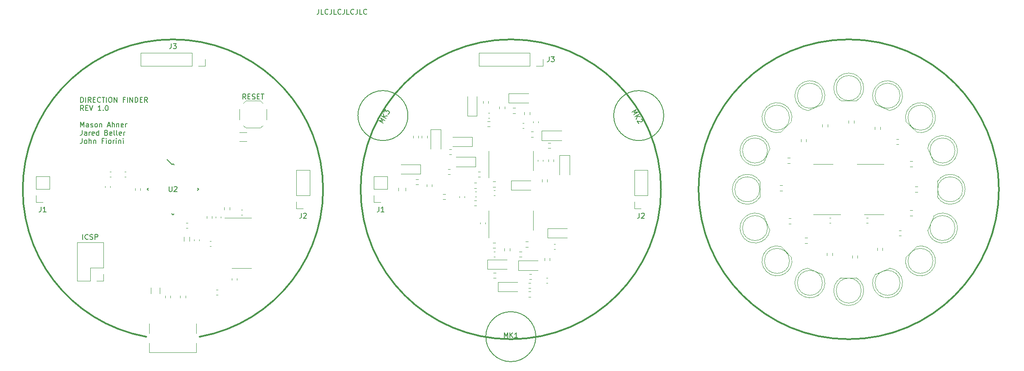
<source format=gbr>
%TF.GenerationSoftware,KiCad,Pcbnew,(5.1.8)-1*%
%TF.CreationDate,2021-03-22T04:11:10-04:00*%
%TF.ProjectId,panel,70616e65-6c2e-46b6-9963-61645f706362,rev?*%
%TF.SameCoordinates,Original*%
%TF.FileFunction,Legend,Top*%
%TF.FilePolarity,Positive*%
%FSLAX46Y46*%
G04 Gerber Fmt 4.6, Leading zero omitted, Abs format (unit mm)*
G04 Created by KiCad (PCBNEW (5.1.8)-1) date 2021-03-22 04:11:10*
%MOMM*%
%LPD*%
G01*
G04 APERTURE LIST*
%ADD10C,0.150000*%
%ADD11C,0.300000*%
%ADD12C,0.120000*%
%ADD13C,0.200000*%
G04 APERTURE END LIST*
D10*
X111980952Y-60502380D02*
X111980952Y-61216666D01*
X111933333Y-61359523D01*
X111838095Y-61454761D01*
X111695238Y-61502380D01*
X111600000Y-61502380D01*
X112933333Y-61502380D02*
X112457142Y-61502380D01*
X112457142Y-60502380D01*
X113838095Y-61407142D02*
X113790476Y-61454761D01*
X113647619Y-61502380D01*
X113552380Y-61502380D01*
X113409523Y-61454761D01*
X113314285Y-61359523D01*
X113266666Y-61264285D01*
X113219047Y-61073809D01*
X113219047Y-60930952D01*
X113266666Y-60740476D01*
X113314285Y-60645238D01*
X113409523Y-60550000D01*
X113552380Y-60502380D01*
X113647619Y-60502380D01*
X113790476Y-60550000D01*
X113838095Y-60597619D01*
X114552380Y-60502380D02*
X114552380Y-61216666D01*
X114504761Y-61359523D01*
X114409523Y-61454761D01*
X114266666Y-61502380D01*
X114171428Y-61502380D01*
X115504761Y-61502380D02*
X115028571Y-61502380D01*
X115028571Y-60502380D01*
X116409523Y-61407142D02*
X116361904Y-61454761D01*
X116219047Y-61502380D01*
X116123809Y-61502380D01*
X115980952Y-61454761D01*
X115885714Y-61359523D01*
X115838095Y-61264285D01*
X115790476Y-61073809D01*
X115790476Y-60930952D01*
X115838095Y-60740476D01*
X115885714Y-60645238D01*
X115980952Y-60550000D01*
X116123809Y-60502380D01*
X116219047Y-60502380D01*
X116361904Y-60550000D01*
X116409523Y-60597619D01*
X117123809Y-60502380D02*
X117123809Y-61216666D01*
X117076190Y-61359523D01*
X116980952Y-61454761D01*
X116838095Y-61502380D01*
X116742857Y-61502380D01*
X118076190Y-61502380D02*
X117600000Y-61502380D01*
X117600000Y-60502380D01*
X118980952Y-61407142D02*
X118933333Y-61454761D01*
X118790476Y-61502380D01*
X118695238Y-61502380D01*
X118552380Y-61454761D01*
X118457142Y-61359523D01*
X118409523Y-61264285D01*
X118361904Y-61073809D01*
X118361904Y-60930952D01*
X118409523Y-60740476D01*
X118457142Y-60645238D01*
X118552380Y-60550000D01*
X118695238Y-60502380D01*
X118790476Y-60502380D01*
X118933333Y-60550000D01*
X118980952Y-60597619D01*
X119695238Y-60502380D02*
X119695238Y-61216666D01*
X119647619Y-61359523D01*
X119552380Y-61454761D01*
X119409523Y-61502380D01*
X119314285Y-61502380D01*
X120647619Y-61502380D02*
X120171428Y-61502380D01*
X120171428Y-60502380D01*
X121552380Y-61407142D02*
X121504761Y-61454761D01*
X121361904Y-61502380D01*
X121266666Y-61502380D01*
X121123809Y-61454761D01*
X121028571Y-61359523D01*
X120980952Y-61264285D01*
X120933333Y-61073809D01*
X120933333Y-60930952D01*
X120980952Y-60740476D01*
X121028571Y-60645238D01*
X121123809Y-60550000D01*
X121266666Y-60502380D01*
X121361904Y-60502380D01*
X121504761Y-60550000D01*
X121552380Y-60597619D01*
X64435595Y-79127380D02*
X64435595Y-78127380D01*
X64673690Y-78127380D01*
X64816547Y-78175000D01*
X64911785Y-78270238D01*
X64959404Y-78365476D01*
X65007023Y-78555952D01*
X65007023Y-78698809D01*
X64959404Y-78889285D01*
X64911785Y-78984523D01*
X64816547Y-79079761D01*
X64673690Y-79127380D01*
X64435595Y-79127380D01*
X65435595Y-79127380D02*
X65435595Y-78127380D01*
X66483214Y-79127380D02*
X66149880Y-78651190D01*
X65911785Y-79127380D02*
X65911785Y-78127380D01*
X66292738Y-78127380D01*
X66387976Y-78175000D01*
X66435595Y-78222619D01*
X66483214Y-78317857D01*
X66483214Y-78460714D01*
X66435595Y-78555952D01*
X66387976Y-78603571D01*
X66292738Y-78651190D01*
X65911785Y-78651190D01*
X66911785Y-78603571D02*
X67245119Y-78603571D01*
X67387976Y-79127380D02*
X66911785Y-79127380D01*
X66911785Y-78127380D01*
X67387976Y-78127380D01*
X68387976Y-79032142D02*
X68340357Y-79079761D01*
X68197500Y-79127380D01*
X68102261Y-79127380D01*
X67959404Y-79079761D01*
X67864166Y-78984523D01*
X67816547Y-78889285D01*
X67768928Y-78698809D01*
X67768928Y-78555952D01*
X67816547Y-78365476D01*
X67864166Y-78270238D01*
X67959404Y-78175000D01*
X68102261Y-78127380D01*
X68197500Y-78127380D01*
X68340357Y-78175000D01*
X68387976Y-78222619D01*
X68673690Y-78127380D02*
X69245119Y-78127380D01*
X68959404Y-79127380D02*
X68959404Y-78127380D01*
X69578452Y-79127380D02*
X69578452Y-78127380D01*
X70245119Y-78127380D02*
X70435595Y-78127380D01*
X70530833Y-78175000D01*
X70626071Y-78270238D01*
X70673690Y-78460714D01*
X70673690Y-78794047D01*
X70626071Y-78984523D01*
X70530833Y-79079761D01*
X70435595Y-79127380D01*
X70245119Y-79127380D01*
X70149880Y-79079761D01*
X70054642Y-78984523D01*
X70007023Y-78794047D01*
X70007023Y-78460714D01*
X70054642Y-78270238D01*
X70149880Y-78175000D01*
X70245119Y-78127380D01*
X71102261Y-79127380D02*
X71102261Y-78127380D01*
X71673690Y-79127380D01*
X71673690Y-78127380D01*
X73245119Y-78603571D02*
X72911785Y-78603571D01*
X72911785Y-79127380D02*
X72911785Y-78127380D01*
X73387976Y-78127380D01*
X73768928Y-79127380D02*
X73768928Y-78127380D01*
X74245119Y-79127380D02*
X74245119Y-78127380D01*
X74816547Y-79127380D01*
X74816547Y-78127380D01*
X75292738Y-79127380D02*
X75292738Y-78127380D01*
X75530833Y-78127380D01*
X75673690Y-78175000D01*
X75768928Y-78270238D01*
X75816547Y-78365476D01*
X75864166Y-78555952D01*
X75864166Y-78698809D01*
X75816547Y-78889285D01*
X75768928Y-78984523D01*
X75673690Y-79079761D01*
X75530833Y-79127380D01*
X75292738Y-79127380D01*
X76292738Y-78603571D02*
X76626071Y-78603571D01*
X76768928Y-79127380D02*
X76292738Y-79127380D01*
X76292738Y-78127380D01*
X76768928Y-78127380D01*
X77768928Y-79127380D02*
X77435595Y-78651190D01*
X77197500Y-79127380D02*
X77197500Y-78127380D01*
X77578452Y-78127380D01*
X77673690Y-78175000D01*
X77721309Y-78222619D01*
X77768928Y-78317857D01*
X77768928Y-78460714D01*
X77721309Y-78555952D01*
X77673690Y-78603571D01*
X77578452Y-78651190D01*
X77197500Y-78651190D01*
X65007023Y-80777380D02*
X64673690Y-80301190D01*
X64435595Y-80777380D02*
X64435595Y-79777380D01*
X64816547Y-79777380D01*
X64911785Y-79825000D01*
X64959404Y-79872619D01*
X65007023Y-79967857D01*
X65007023Y-80110714D01*
X64959404Y-80205952D01*
X64911785Y-80253571D01*
X64816547Y-80301190D01*
X64435595Y-80301190D01*
X65435595Y-80253571D02*
X65768928Y-80253571D01*
X65911785Y-80777380D02*
X65435595Y-80777380D01*
X65435595Y-79777380D01*
X65911785Y-79777380D01*
X66197500Y-79777380D02*
X66530833Y-80777380D01*
X66864166Y-79777380D01*
X68483214Y-80777380D02*
X67911785Y-80777380D01*
X68197500Y-80777380D02*
X68197500Y-79777380D01*
X68102261Y-79920238D01*
X68007023Y-80015476D01*
X67911785Y-80063095D01*
X68911785Y-80682142D02*
X68959404Y-80729761D01*
X68911785Y-80777380D01*
X68864166Y-80729761D01*
X68911785Y-80682142D01*
X68911785Y-80777380D01*
X69578452Y-79777380D02*
X69673690Y-79777380D01*
X69768928Y-79825000D01*
X69816547Y-79872619D01*
X69864166Y-79967857D01*
X69911785Y-80158333D01*
X69911785Y-80396428D01*
X69864166Y-80586904D01*
X69816547Y-80682142D01*
X69768928Y-80729761D01*
X69673690Y-80777380D01*
X69578452Y-80777380D01*
X69483214Y-80729761D01*
X69435595Y-80682142D01*
X69387976Y-80586904D01*
X69340357Y-80396428D01*
X69340357Y-80158333D01*
X69387976Y-79967857D01*
X69435595Y-79872619D01*
X69483214Y-79825000D01*
X69578452Y-79777380D01*
X64435595Y-84077380D02*
X64435595Y-83077380D01*
X64768928Y-83791666D01*
X65102261Y-83077380D01*
X65102261Y-84077380D01*
X66007023Y-84077380D02*
X66007023Y-83553571D01*
X65959404Y-83458333D01*
X65864166Y-83410714D01*
X65673690Y-83410714D01*
X65578452Y-83458333D01*
X66007023Y-84029761D02*
X65911785Y-84077380D01*
X65673690Y-84077380D01*
X65578452Y-84029761D01*
X65530833Y-83934523D01*
X65530833Y-83839285D01*
X65578452Y-83744047D01*
X65673690Y-83696428D01*
X65911785Y-83696428D01*
X66007023Y-83648809D01*
X66435595Y-84029761D02*
X66530833Y-84077380D01*
X66721309Y-84077380D01*
X66816547Y-84029761D01*
X66864166Y-83934523D01*
X66864166Y-83886904D01*
X66816547Y-83791666D01*
X66721309Y-83744047D01*
X66578452Y-83744047D01*
X66483214Y-83696428D01*
X66435595Y-83601190D01*
X66435595Y-83553571D01*
X66483214Y-83458333D01*
X66578452Y-83410714D01*
X66721309Y-83410714D01*
X66816547Y-83458333D01*
X67435595Y-84077380D02*
X67340357Y-84029761D01*
X67292738Y-83982142D01*
X67245119Y-83886904D01*
X67245119Y-83601190D01*
X67292738Y-83505952D01*
X67340357Y-83458333D01*
X67435595Y-83410714D01*
X67578452Y-83410714D01*
X67673690Y-83458333D01*
X67721309Y-83505952D01*
X67768928Y-83601190D01*
X67768928Y-83886904D01*
X67721309Y-83982142D01*
X67673690Y-84029761D01*
X67578452Y-84077380D01*
X67435595Y-84077380D01*
X68197500Y-83410714D02*
X68197500Y-84077380D01*
X68197500Y-83505952D02*
X68245119Y-83458333D01*
X68340357Y-83410714D01*
X68483214Y-83410714D01*
X68578452Y-83458333D01*
X68626071Y-83553571D01*
X68626071Y-84077380D01*
X69816547Y-83791666D02*
X70292738Y-83791666D01*
X69721309Y-84077380D02*
X70054642Y-83077380D01*
X70387976Y-84077380D01*
X70721309Y-84077380D02*
X70721309Y-83077380D01*
X71149880Y-84077380D02*
X71149880Y-83553571D01*
X71102261Y-83458333D01*
X71007023Y-83410714D01*
X70864166Y-83410714D01*
X70768928Y-83458333D01*
X70721309Y-83505952D01*
X71626071Y-83410714D02*
X71626071Y-84077380D01*
X71626071Y-83505952D02*
X71673690Y-83458333D01*
X71768928Y-83410714D01*
X71911785Y-83410714D01*
X72007023Y-83458333D01*
X72054642Y-83553571D01*
X72054642Y-84077380D01*
X72911785Y-84029761D02*
X72816547Y-84077380D01*
X72626071Y-84077380D01*
X72530833Y-84029761D01*
X72483214Y-83934523D01*
X72483214Y-83553571D01*
X72530833Y-83458333D01*
X72626071Y-83410714D01*
X72816547Y-83410714D01*
X72911785Y-83458333D01*
X72959404Y-83553571D01*
X72959404Y-83648809D01*
X72483214Y-83744047D01*
X73387976Y-84077380D02*
X73387976Y-83410714D01*
X73387976Y-83601190D02*
X73435595Y-83505952D01*
X73483214Y-83458333D01*
X73578452Y-83410714D01*
X73673690Y-83410714D01*
X64721309Y-84727380D02*
X64721309Y-85441666D01*
X64673690Y-85584523D01*
X64578452Y-85679761D01*
X64435595Y-85727380D01*
X64340357Y-85727380D01*
X65626071Y-85727380D02*
X65626071Y-85203571D01*
X65578452Y-85108333D01*
X65483214Y-85060714D01*
X65292738Y-85060714D01*
X65197500Y-85108333D01*
X65626071Y-85679761D02*
X65530833Y-85727380D01*
X65292738Y-85727380D01*
X65197500Y-85679761D01*
X65149880Y-85584523D01*
X65149880Y-85489285D01*
X65197500Y-85394047D01*
X65292738Y-85346428D01*
X65530833Y-85346428D01*
X65626071Y-85298809D01*
X66102261Y-85727380D02*
X66102261Y-85060714D01*
X66102261Y-85251190D02*
X66149880Y-85155952D01*
X66197500Y-85108333D01*
X66292738Y-85060714D01*
X66387976Y-85060714D01*
X67102261Y-85679761D02*
X67007023Y-85727380D01*
X66816547Y-85727380D01*
X66721309Y-85679761D01*
X66673690Y-85584523D01*
X66673690Y-85203571D01*
X66721309Y-85108333D01*
X66816547Y-85060714D01*
X67007023Y-85060714D01*
X67102261Y-85108333D01*
X67149880Y-85203571D01*
X67149880Y-85298809D01*
X66673690Y-85394047D01*
X68007023Y-85727380D02*
X68007023Y-84727380D01*
X68007023Y-85679761D02*
X67911785Y-85727380D01*
X67721309Y-85727380D01*
X67626071Y-85679761D01*
X67578452Y-85632142D01*
X67530833Y-85536904D01*
X67530833Y-85251190D01*
X67578452Y-85155952D01*
X67626071Y-85108333D01*
X67721309Y-85060714D01*
X67911785Y-85060714D01*
X68007023Y-85108333D01*
X69578452Y-85203571D02*
X69721309Y-85251190D01*
X69768928Y-85298809D01*
X69816547Y-85394047D01*
X69816547Y-85536904D01*
X69768928Y-85632142D01*
X69721309Y-85679761D01*
X69626071Y-85727380D01*
X69245119Y-85727380D01*
X69245119Y-84727380D01*
X69578452Y-84727380D01*
X69673690Y-84775000D01*
X69721309Y-84822619D01*
X69768928Y-84917857D01*
X69768928Y-85013095D01*
X69721309Y-85108333D01*
X69673690Y-85155952D01*
X69578452Y-85203571D01*
X69245119Y-85203571D01*
X70626071Y-85679761D02*
X70530833Y-85727380D01*
X70340357Y-85727380D01*
X70245119Y-85679761D01*
X70197500Y-85584523D01*
X70197500Y-85203571D01*
X70245119Y-85108333D01*
X70340357Y-85060714D01*
X70530833Y-85060714D01*
X70626071Y-85108333D01*
X70673690Y-85203571D01*
X70673690Y-85298809D01*
X70197500Y-85394047D01*
X71245119Y-85727380D02*
X71149880Y-85679761D01*
X71102261Y-85584523D01*
X71102261Y-84727380D01*
X71768928Y-85727380D02*
X71673690Y-85679761D01*
X71626071Y-85584523D01*
X71626071Y-84727380D01*
X72530833Y-85679761D02*
X72435595Y-85727380D01*
X72245119Y-85727380D01*
X72149880Y-85679761D01*
X72102261Y-85584523D01*
X72102261Y-85203571D01*
X72149880Y-85108333D01*
X72245119Y-85060714D01*
X72435595Y-85060714D01*
X72530833Y-85108333D01*
X72578452Y-85203571D01*
X72578452Y-85298809D01*
X72102261Y-85394047D01*
X73007023Y-85727380D02*
X73007023Y-85060714D01*
X73007023Y-85251190D02*
X73054642Y-85155952D01*
X73102261Y-85108333D01*
X73197500Y-85060714D01*
X73292738Y-85060714D01*
X64721309Y-86377380D02*
X64721309Y-87091666D01*
X64673690Y-87234523D01*
X64578452Y-87329761D01*
X64435595Y-87377380D01*
X64340357Y-87377380D01*
X65340357Y-87377380D02*
X65245119Y-87329761D01*
X65197500Y-87282142D01*
X65149880Y-87186904D01*
X65149880Y-86901190D01*
X65197500Y-86805952D01*
X65245119Y-86758333D01*
X65340357Y-86710714D01*
X65483214Y-86710714D01*
X65578452Y-86758333D01*
X65626071Y-86805952D01*
X65673690Y-86901190D01*
X65673690Y-87186904D01*
X65626071Y-87282142D01*
X65578452Y-87329761D01*
X65483214Y-87377380D01*
X65340357Y-87377380D01*
X66102261Y-87377380D02*
X66102261Y-86377380D01*
X66530833Y-87377380D02*
X66530833Y-86853571D01*
X66483214Y-86758333D01*
X66387976Y-86710714D01*
X66245119Y-86710714D01*
X66149880Y-86758333D01*
X66102261Y-86805952D01*
X67007023Y-86710714D02*
X67007023Y-87377380D01*
X67007023Y-86805952D02*
X67054642Y-86758333D01*
X67149880Y-86710714D01*
X67292738Y-86710714D01*
X67387976Y-86758333D01*
X67435595Y-86853571D01*
X67435595Y-87377380D01*
X69007023Y-86853571D02*
X68673690Y-86853571D01*
X68673690Y-87377380D02*
X68673690Y-86377380D01*
X69149880Y-86377380D01*
X69530833Y-87377380D02*
X69530833Y-86710714D01*
X69530833Y-86377380D02*
X69483214Y-86425000D01*
X69530833Y-86472619D01*
X69578452Y-86425000D01*
X69530833Y-86377380D01*
X69530833Y-86472619D01*
X70149880Y-87377380D02*
X70054642Y-87329761D01*
X70007023Y-87282142D01*
X69959404Y-87186904D01*
X69959404Y-86901190D01*
X70007023Y-86805952D01*
X70054642Y-86758333D01*
X70149880Y-86710714D01*
X70292738Y-86710714D01*
X70387976Y-86758333D01*
X70435595Y-86805952D01*
X70483214Y-86901190D01*
X70483214Y-87186904D01*
X70435595Y-87282142D01*
X70387976Y-87329761D01*
X70292738Y-87377380D01*
X70149880Y-87377380D01*
X70911785Y-87377380D02*
X70911785Y-86710714D01*
X70911785Y-86901190D02*
X70959404Y-86805952D01*
X71007023Y-86758333D01*
X71102261Y-86710714D01*
X71197500Y-86710714D01*
X71530833Y-87377380D02*
X71530833Y-86710714D01*
X71530833Y-86377380D02*
X71483214Y-86425000D01*
X71530833Y-86472619D01*
X71578452Y-86425000D01*
X71530833Y-86377380D01*
X71530833Y-86472619D01*
X72007023Y-86710714D02*
X72007023Y-87377380D01*
X72007023Y-86805952D02*
X72054642Y-86758333D01*
X72149880Y-86710714D01*
X72292738Y-86710714D01*
X72387976Y-86758333D01*
X72435595Y-86853571D01*
X72435595Y-87377380D01*
X72911785Y-87377380D02*
X72911785Y-86710714D01*
X72911785Y-86377380D02*
X72864166Y-86425000D01*
X72911785Y-86472619D01*
X72959404Y-86425000D01*
X72911785Y-86377380D01*
X72911785Y-86472619D01*
D11*
X77520316Y-126068253D02*
G75*
G02*
X88170000Y-126070000I5329684J29518253D01*
G01*
X247850000Y-96550000D02*
G75*
G03*
X247850000Y-96550000I-30000000J0D01*
G01*
D10*
X97397619Y-78502380D02*
X97064285Y-78026190D01*
X96826190Y-78502380D02*
X96826190Y-77502380D01*
X97207142Y-77502380D01*
X97302380Y-77550000D01*
X97350000Y-77597619D01*
X97397619Y-77692857D01*
X97397619Y-77835714D01*
X97350000Y-77930952D01*
X97302380Y-77978571D01*
X97207142Y-78026190D01*
X96826190Y-78026190D01*
X97826190Y-77978571D02*
X98159523Y-77978571D01*
X98302380Y-78502380D02*
X97826190Y-78502380D01*
X97826190Y-77502380D01*
X98302380Y-77502380D01*
X98683333Y-78454761D02*
X98826190Y-78502380D01*
X99064285Y-78502380D01*
X99159523Y-78454761D01*
X99207142Y-78407142D01*
X99254761Y-78311904D01*
X99254761Y-78216666D01*
X99207142Y-78121428D01*
X99159523Y-78073809D01*
X99064285Y-78026190D01*
X98873809Y-77978571D01*
X98778571Y-77930952D01*
X98730952Y-77883333D01*
X98683333Y-77788095D01*
X98683333Y-77692857D01*
X98730952Y-77597619D01*
X98778571Y-77550000D01*
X98873809Y-77502380D01*
X99111904Y-77502380D01*
X99254761Y-77550000D01*
X99683333Y-77978571D02*
X100016666Y-77978571D01*
X100159523Y-78502380D02*
X99683333Y-78502380D01*
X99683333Y-77502380D01*
X100159523Y-77502380D01*
X100445238Y-77502380D02*
X101016666Y-77502380D01*
X100730952Y-78502380D02*
X100730952Y-77502380D01*
D11*
X180350000Y-96550000D02*
G75*
G03*
X180350000Y-96550000I-30000000J0D01*
G01*
D12*
%TO.C,C14*%
X127865000Y-96811252D02*
X127865000Y-96288748D01*
X129335000Y-96811252D02*
X129335000Y-96288748D01*
%TO.C,U6*%
X212770000Y-101610000D02*
X216220000Y-101610000D01*
X212770000Y-101610000D02*
X210820000Y-101610000D01*
X212770000Y-91490000D02*
X214720000Y-91490000D01*
X212770000Y-91490000D02*
X210820000Y-91490000D01*
%TO.C,U5*%
X222930000Y-91490000D02*
X219480000Y-91490000D01*
X222930000Y-91490000D02*
X224880000Y-91490000D01*
X222930000Y-101610000D02*
X220980000Y-101610000D01*
X222930000Y-101610000D02*
X224880000Y-101610000D01*
%TO.C,C34*%
X221690580Y-103260000D02*
X221409420Y-103260000D01*
X221690580Y-102240000D02*
X221409420Y-102240000D01*
%TO.C,C33*%
X214009420Y-102240000D02*
X214290580Y-102240000D01*
X214009420Y-103260000D02*
X214290580Y-103260000D01*
%TO.C,J1*%
X58180000Y-96550000D02*
X55520000Y-96550000D01*
X58180000Y-96550000D02*
X58180000Y-93950000D01*
X58180000Y-93950000D02*
X55520000Y-93950000D01*
X55520000Y-96550000D02*
X55520000Y-93950000D01*
X55520000Y-99150000D02*
X55520000Y-97820000D01*
X56850000Y-99150000D02*
X55520000Y-99150000D01*
%TO.C,J3*%
X86660000Y-69220000D02*
X86660000Y-71880000D01*
X86660000Y-69220000D02*
X76440000Y-69220000D01*
X76440000Y-69220000D02*
X76440000Y-71880000D01*
X86660000Y-71880000D02*
X76440000Y-71880000D01*
X89260000Y-71880000D02*
X87930000Y-71880000D01*
X89260000Y-70550000D02*
X89260000Y-71880000D01*
%TO.C,J2*%
X110180000Y-97820000D02*
X107520000Y-97820000D01*
X110180000Y-97820000D02*
X110180000Y-92680000D01*
X110180000Y-92680000D02*
X107520000Y-92680000D01*
X107520000Y-97820000D02*
X107520000Y-92680000D01*
X107520000Y-100420000D02*
X107520000Y-99090000D01*
X108850000Y-100420000D02*
X107520000Y-100420000D01*
%TO.C,R4*%
X89627500Y-102387258D02*
X89627500Y-101912742D01*
X90672500Y-102387258D02*
X90672500Y-101912742D01*
%TO.C,R3*%
X94172500Y-100162742D02*
X94172500Y-100637258D01*
X93127500Y-100162742D02*
X93127500Y-100637258D01*
%TO.C,J4*%
X78150000Y-127300000D02*
X78150000Y-129200000D01*
X78150000Y-123400000D02*
X78150000Y-125400000D01*
X87550000Y-127300000D02*
X87550000Y-129200000D01*
X87550000Y-123400000D02*
X87550000Y-125400000D01*
X78150000Y-129200000D02*
X87550000Y-129200000D01*
D10*
%TO.C,U2*%
X82850000Y-91423476D02*
X82690901Y-91582575D01*
X87976524Y-96550000D02*
X87746714Y-96779810D01*
X82850000Y-101676524D02*
X83079810Y-101446714D01*
X77723476Y-96550000D02*
X77953286Y-96320190D01*
X82850000Y-91423476D02*
X83079810Y-91653286D01*
X77723476Y-96550000D02*
X77953286Y-96779810D01*
X82850000Y-101676524D02*
X82620190Y-101446714D01*
X87976524Y-96550000D02*
X87746714Y-96320190D01*
X82690901Y-91582575D02*
X81683274Y-90574948D01*
D12*
%TO.C,U1*%
X96600000Y-112360000D02*
X98550000Y-112360000D01*
X96600000Y-112360000D02*
X94650000Y-112360000D01*
X96600000Y-102240000D02*
X98550000Y-102240000D01*
X96600000Y-102240000D02*
X93150000Y-102240000D01*
%TO.C,SW1*%
X101570000Y-80510000D02*
X101570000Y-82590000D01*
X97400000Y-84270000D02*
X96910000Y-83780000D01*
X96130000Y-80510000D02*
X96130000Y-82590000D01*
X100300000Y-84270000D02*
X100790000Y-83780000D01*
X100300000Y-84270000D02*
X97400000Y-84270000D01*
X100300000Y-78830000D02*
X100790000Y-79320000D01*
X100300000Y-78830000D02*
X97400000Y-78830000D01*
X97400000Y-78830000D02*
X96910000Y-79320000D01*
%TO.C,R6*%
X97577064Y-86960000D02*
X96122936Y-86960000D01*
X97577064Y-85140000D02*
X96122936Y-85140000D01*
%TO.C,R5*%
X76372500Y-96312742D02*
X76372500Y-96787258D01*
X75327500Y-96312742D02*
X75327500Y-96787258D01*
%TO.C,R2*%
X85372500Y-117812742D02*
X85372500Y-118287258D01*
X84327500Y-117812742D02*
X84327500Y-118287258D01*
%TO.C,R1*%
X81327500Y-118287258D02*
X81327500Y-117812742D01*
X82372500Y-118287258D02*
X82372500Y-117812742D01*
%TO.C,L1*%
X86160000Y-106100378D02*
X86160000Y-106899622D01*
X85040000Y-106100378D02*
X85040000Y-106899622D01*
%TO.C,J5*%
X68930000Y-107140000D02*
X63730000Y-107140000D01*
X68930000Y-112280000D02*
X68930000Y-107140000D01*
X63730000Y-114880000D02*
X63730000Y-107140000D01*
X68930000Y-112280000D02*
X66330000Y-112280000D01*
X66330000Y-112280000D02*
X66330000Y-114880000D01*
X66330000Y-114880000D02*
X63730000Y-114880000D01*
X68930000Y-113550000D02*
X68930000Y-114880000D01*
X68930000Y-114880000D02*
X67600000Y-114880000D01*
%TO.C,F1*%
X80260000Y-116197936D02*
X80260000Y-117402064D01*
X78440000Y-116197936D02*
X78440000Y-117402064D01*
%TO.C,C10*%
X70360000Y-95909420D02*
X70360000Y-96190580D01*
X69340000Y-95909420D02*
X69340000Y-96190580D01*
%TO.C,C9*%
X70209420Y-93040000D02*
X70490580Y-93040000D01*
X70209420Y-94060000D02*
X70490580Y-94060000D01*
%TO.C,C8*%
X73490580Y-93040000D02*
X73209420Y-93040000D01*
X73490580Y-94060000D02*
X73209420Y-94060000D01*
%TO.C,C7*%
X85509420Y-103290000D02*
X85790580Y-103290000D01*
X85509420Y-104310000D02*
X85790580Y-104310000D01*
%TO.C,C6*%
X88110000Y-106559420D02*
X88110000Y-106840580D01*
X87090000Y-106559420D02*
X87090000Y-106840580D01*
%TO.C,C5*%
X91390000Y-102290580D02*
X91390000Y-102009420D01*
X92410000Y-102290580D02*
X92410000Y-102009420D01*
%TO.C,C4*%
X96740580Y-101710000D02*
X96459420Y-101710000D01*
X96740580Y-100690000D02*
X96459420Y-100690000D01*
%TO.C,C3*%
X95610000Y-114409420D02*
X95610000Y-114690580D01*
X94590000Y-114409420D02*
X94590000Y-114690580D01*
%TO.C,C2*%
X90490580Y-107910000D02*
X90209420Y-107910000D01*
X90490580Y-106890000D02*
X90209420Y-106890000D01*
%TO.C,C1*%
X91509420Y-116640000D02*
X91790580Y-116640000D01*
X91509420Y-117660000D02*
X91790580Y-117660000D01*
%TO.C,C11*%
X144240000Y-103490580D02*
X144240000Y-103209420D01*
X145260000Y-103490580D02*
X145260000Y-103209420D01*
%TO.C,R8*%
X131837258Y-94527500D02*
X131362742Y-94527500D01*
X131837258Y-95572500D02*
X131362742Y-95572500D01*
%TO.C,R7*%
X134622500Y-96037258D02*
X134622500Y-95562742D01*
X133577500Y-96037258D02*
X133577500Y-95562742D01*
%TO.C,C13*%
X132310000Y-91615000D02*
X128400000Y-91615000D01*
X132310000Y-93485000D02*
X132310000Y-91615000D01*
X128400000Y-93485000D02*
X132310000Y-93485000D01*
%TO.C,R35*%
X132577500Y-85812742D02*
X132577500Y-86287258D01*
X133622500Y-85812742D02*
X133622500Y-86287258D01*
%TO.C,R34*%
X138512258Y-88527500D02*
X138037742Y-88527500D01*
X138512258Y-89572500D02*
X138037742Y-89572500D01*
%TO.C,R33*%
X138262258Y-92527500D02*
X137787742Y-92527500D01*
X138262258Y-93572500D02*
X137787742Y-93572500D01*
%TO.C,R32*%
X144262258Y-93027500D02*
X143787742Y-93027500D01*
X144262258Y-94072500D02*
X143787742Y-94072500D01*
%TO.C,R31*%
X143512258Y-95277500D02*
X143037742Y-95277500D01*
X143512258Y-96322500D02*
X143037742Y-96322500D01*
%TO.C,R30*%
X131872500Y-86287258D02*
X131872500Y-85812742D01*
X130827500Y-86287258D02*
X130827500Y-85812742D01*
%TO.C,R29*%
X143037742Y-99822500D02*
X143512258Y-99822500D01*
X143037742Y-98777500D02*
X143512258Y-98777500D01*
%TO.C,R28*%
X136787742Y-98572500D02*
X137262258Y-98572500D01*
X136787742Y-97527500D02*
X137262258Y-97527500D01*
%TO.C,R27*%
X147262258Y-95027500D02*
X146787742Y-95027500D01*
X147262258Y-96072500D02*
X146787742Y-96072500D01*
%TO.C,D3*%
X136350000Y-84550000D02*
X136350000Y-88450000D01*
X134350000Y-84550000D02*
X134350000Y-88450000D01*
X136350000Y-84550000D02*
X134350000Y-84550000D01*
%TO.C,C32*%
X143535000Y-81860000D02*
X143535000Y-77950000D01*
X141665000Y-81860000D02*
X143535000Y-81860000D01*
X141665000Y-77950000D02*
X141665000Y-81860000D01*
%TO.C,C31*%
X143310000Y-90115000D02*
X139400000Y-90115000D01*
X143310000Y-91985000D02*
X143310000Y-90115000D01*
X139400000Y-91985000D02*
X143310000Y-91985000D01*
%TO.C,C30*%
X143184420Y-98060000D02*
X143465580Y-98060000D01*
X143184420Y-97040000D02*
X143465580Y-97040000D01*
%TO.C,C29*%
X142660000Y-86115000D02*
X138750000Y-86115000D01*
X142660000Y-87985000D02*
X142660000Y-86115000D01*
X138750000Y-87985000D02*
X142660000Y-87985000D01*
%TO.C,C28*%
X140090000Y-97909420D02*
X140090000Y-98190580D01*
X141110000Y-97909420D02*
X141110000Y-98190580D01*
%TO.C,C27*%
X147240580Y-96790000D02*
X146959420Y-96790000D01*
X147240580Y-97810000D02*
X146959420Y-97810000D01*
%TO.C,U4*%
X154785000Y-90800000D02*
X154785000Y-88850000D01*
X154785000Y-90800000D02*
X154785000Y-92750000D01*
X145915000Y-90800000D02*
X145915000Y-88850000D01*
X145915000Y-90800000D02*
X145915000Y-94250000D01*
%TO.C,R26*%
X158262258Y-87277500D02*
X157787742Y-87277500D01*
X158262258Y-88322500D02*
X157787742Y-88322500D01*
%TO.C,R25*%
X148077500Y-79987742D02*
X148077500Y-80462258D01*
X149122500Y-79987742D02*
X149122500Y-80462258D01*
%TO.C,R24*%
X151262258Y-80277500D02*
X150787742Y-80277500D01*
X151262258Y-81322500D02*
X150787742Y-81322500D01*
%TO.C,R23*%
X145872500Y-79362258D02*
X145872500Y-78887742D01*
X144827500Y-79362258D02*
X144827500Y-78887742D01*
%TO.C,R22*%
X153077500Y-81137742D02*
X153077500Y-81612258D01*
X154122500Y-81137742D02*
X154122500Y-81612258D01*
%TO.C,R21*%
X158872500Y-91037258D02*
X158872500Y-90562742D01*
X157827500Y-91037258D02*
X157827500Y-90562742D01*
%TO.C,R20*%
X154837258Y-85027500D02*
X154362742Y-85027500D01*
X154837258Y-86072500D02*
X154362742Y-86072500D01*
%TO.C,R19*%
X156577500Y-94562742D02*
X156577500Y-95037258D01*
X157622500Y-94562742D02*
X157622500Y-95037258D01*
%TO.C,R18*%
X146162258Y-82977500D02*
X145687742Y-82977500D01*
X146162258Y-84022500D02*
X145687742Y-84022500D01*
%TO.C,D2*%
X162100000Y-89700000D02*
X162100000Y-93600000D01*
X160100000Y-89700000D02*
X160100000Y-93600000D01*
X162100000Y-89700000D02*
X160100000Y-89700000D01*
%TO.C,C26*%
X156540000Y-86735000D02*
X160450000Y-86735000D01*
X156540000Y-84865000D02*
X156540000Y-86735000D01*
X160450000Y-84865000D02*
X156540000Y-84865000D01*
%TO.C,C25*%
X149940000Y-79235000D02*
X153850000Y-79235000D01*
X149940000Y-77365000D02*
X149940000Y-79235000D01*
X153850000Y-77365000D02*
X149940000Y-77365000D01*
%TO.C,C24*%
X152684420Y-84310000D02*
X152965580Y-84310000D01*
X152684420Y-83290000D02*
X152965580Y-83290000D01*
%TO.C,C23*%
X154350000Y-94815000D02*
X150440000Y-94815000D01*
X150440000Y-94815000D02*
X150440000Y-96685000D01*
X150440000Y-96685000D02*
X154350000Y-96685000D01*
%TO.C,C22*%
X155860000Y-82934420D02*
X155860000Y-83215580D01*
X154840000Y-82934420D02*
X154840000Y-83215580D01*
%TO.C,C21*%
X146115580Y-81240000D02*
X145834420Y-81240000D01*
X146115580Y-82260000D02*
X145834420Y-82260000D01*
%TO.C,R17*%
X157077500Y-110312742D02*
X157077500Y-110787258D01*
X158122500Y-110312742D02*
X158122500Y-110787258D01*
%TO.C,R16*%
X154037742Y-114572500D02*
X154512258Y-114572500D01*
X154037742Y-113527500D02*
X154512258Y-113527500D01*
%TO.C,R15*%
X154337258Y-117027500D02*
X153862742Y-117027500D01*
X154337258Y-118072500D02*
X153862742Y-118072500D01*
%TO.C,R14*%
X146862742Y-114322500D02*
X147337258Y-114322500D01*
X146862742Y-113277500D02*
X147337258Y-113277500D01*
%TO.C,R13*%
X153862742Y-116322500D02*
X154337258Y-116322500D01*
X153862742Y-115277500D02*
X154337258Y-115277500D01*
%TO.C,R12*%
X152037742Y-110072500D02*
X152512258Y-110072500D01*
X152037742Y-109027500D02*
X152512258Y-109027500D01*
%TO.C,R11*%
X153762258Y-107027500D02*
X153287742Y-107027500D01*
X153762258Y-108072500D02*
X153287742Y-108072500D01*
%TO.C,R10*%
X149077500Y-108387742D02*
X149077500Y-108862258D01*
X150122500Y-108387742D02*
X150122500Y-108862258D01*
%TO.C,R9*%
X147262258Y-107277500D02*
X146787742Y-107277500D01*
X147262258Y-108322500D02*
X146787742Y-108322500D01*
%TO.C,D1*%
X151850000Y-110800000D02*
X155750000Y-110800000D01*
X151850000Y-112800000D02*
X155750000Y-112800000D01*
X151850000Y-110800000D02*
X151850000Y-112800000D01*
%TO.C,C20*%
X157690000Y-106235000D02*
X161600000Y-106235000D01*
X157690000Y-104365000D02*
X157690000Y-106235000D01*
X161600000Y-104365000D02*
X157690000Y-104365000D01*
%TO.C,C19*%
X147790000Y-116985000D02*
X151700000Y-116985000D01*
X147790000Y-115115000D02*
X147790000Y-116985000D01*
X151700000Y-115115000D02*
X147790000Y-115115000D01*
%TO.C,C18*%
X159240580Y-107540000D02*
X158959420Y-107540000D01*
X159240580Y-108560000D02*
X158959420Y-108560000D01*
%TO.C,C17*%
X145690000Y-112485000D02*
X149600000Y-112485000D01*
X145690000Y-110615000D02*
X145690000Y-112485000D01*
X149600000Y-110615000D02*
X145690000Y-110615000D01*
%TO.C,C16*%
X157715580Y-114290000D02*
X157434420Y-114290000D01*
X157715580Y-115310000D02*
X157434420Y-115310000D01*
%TO.C,C15*%
X147240580Y-109040000D02*
X146959420Y-109040000D01*
X147240580Y-110060000D02*
X146959420Y-110060000D01*
%TO.C,J3*%
X154160000Y-69220000D02*
X154160000Y-71880000D01*
X154160000Y-69220000D02*
X143940000Y-69220000D01*
X143940000Y-69220000D02*
X143940000Y-71880000D01*
X154160000Y-71880000D02*
X143940000Y-71880000D01*
X156760000Y-71880000D02*
X155430000Y-71880000D01*
X156760000Y-70550000D02*
X156760000Y-71880000D01*
%TO.C,U3*%
X154785000Y-102800000D02*
X154785000Y-100850000D01*
X154785000Y-102800000D02*
X154785000Y-104750000D01*
X145915000Y-102800000D02*
X145915000Y-100850000D01*
X145915000Y-102800000D02*
X145915000Y-106250000D01*
D13*
%TO.C,MK3*%
X129802251Y-81800000D02*
G75*
G03*
X129802251Y-81800000I-5000000J0D01*
G01*
%TO.C,MK2*%
X180897749Y-81800000D02*
G75*
G03*
X180897749Y-81800000I-5000000J0D01*
G01*
%TO.C,MK1*%
X155350000Y-126050000D02*
G75*
G03*
X155350000Y-126050000I-5000000J0D01*
G01*
D12*
%TO.C,J2*%
X177680000Y-97820000D02*
X175020000Y-97820000D01*
X177680000Y-97820000D02*
X177680000Y-92680000D01*
X177680000Y-92680000D02*
X175020000Y-92680000D01*
X175020000Y-97820000D02*
X175020000Y-92680000D01*
X175020000Y-100420000D02*
X175020000Y-99090000D01*
X176350000Y-100420000D02*
X175020000Y-100420000D01*
%TO.C,J1*%
X125680000Y-96550000D02*
X123020000Y-96550000D01*
X125680000Y-96550000D02*
X125680000Y-93950000D01*
X125680000Y-93950000D02*
X123020000Y-93950000D01*
X123020000Y-96550000D02*
X123020000Y-93950000D01*
X123020000Y-99150000D02*
X123020000Y-97820000D01*
X124350000Y-99150000D02*
X123020000Y-99150000D01*
%TO.C,C12*%
X155740000Y-90940580D02*
X155740000Y-90659420D01*
X156760000Y-90940580D02*
X156760000Y-90659420D01*
%TO.C,D8*%
X226054717Y-112320661D02*
X223199929Y-113503152D01*
X228106993Y-115277038D02*
G75*
G03*
X228106993Y-115277038I-2500000J0D01*
G01*
X226751643Y-118039261D02*
G75*
G02*
X223200087Y-113503087I-1144650J2762223D01*
G01*
X226750790Y-118039613D02*
G75*
G03*
X226054560Y-112320726I-1143797J2762575D01*
G01*
%TO.C,D7*%
X231465341Y-107980381D02*
X229280381Y-110165341D01*
X234683055Y-110883055D02*
G75*
G03*
X234683055Y-110883055I-2500000J0D01*
G01*
X234297631Y-112996979D02*
G75*
G02*
X229280501Y-110165221I-2114576J2113924D01*
G01*
X234296979Y-112997631D02*
G75*
G03*
X231465221Y-107980501I-2113924J2114576D01*
G01*
%TO.C,D3*%
X229280381Y-82934659D02*
X231465341Y-85119619D01*
X234683055Y-82216945D02*
G75*
G03*
X234683055Y-82216945I-2500000J0D01*
G01*
X234296979Y-80102369D02*
G75*
G02*
X231465221Y-85119499I-2113924J-2114576D01*
G01*
X234297631Y-80103021D02*
G75*
G03*
X229280501Y-82934779I-2114576J-2113924D01*
G01*
%TO.C,R51*%
X212577500Y-83562742D02*
X212577500Y-84037258D01*
X213622500Y-83562742D02*
X213622500Y-84037258D01*
%TO.C,R50*%
X208327500Y-86562742D02*
X208327500Y-87037258D01*
X209372500Y-86562742D02*
X209372500Y-87037258D01*
%TO.C,R49*%
X205612742Y-91322500D02*
X206087258Y-91322500D01*
X205612742Y-90277500D02*
X206087258Y-90277500D01*
%TO.C,R48*%
X204112742Y-96822500D02*
X204587258Y-96822500D01*
X204112742Y-95777500D02*
X204587258Y-95777500D01*
%TO.C,R47*%
X205862742Y-103422500D02*
X206337258Y-103422500D01*
X205862742Y-102377500D02*
X206337258Y-102377500D01*
%TO.C,R46*%
X209112742Y-107322500D02*
X209587258Y-107322500D01*
X209112742Y-106277500D02*
X209587258Y-106277500D01*
%TO.C,R45*%
X214562500Y-109787258D02*
X214562500Y-109312742D01*
X213517500Y-109787258D02*
X213517500Y-109312742D01*
%TO.C,R44*%
X219622500Y-110287258D02*
X219622500Y-109812742D01*
X218577500Y-110287258D02*
X218577500Y-109812742D01*
%TO.C,R43*%
X224622500Y-108787258D02*
X224622500Y-108312742D01*
X223577500Y-108787258D02*
X223577500Y-108312742D01*
%TO.C,R42*%
X228337258Y-104777500D02*
X227862742Y-104777500D01*
X228337258Y-105822500D02*
X227862742Y-105822500D01*
%TO.C,R41*%
X230587258Y-100777500D02*
X230112742Y-100777500D01*
X230587258Y-101822500D02*
X230112742Y-101822500D01*
%TO.C,R40*%
X231587258Y-96027500D02*
X231112742Y-96027500D01*
X231587258Y-97072500D02*
X231112742Y-97072500D01*
%TO.C,R39*%
X230587258Y-90947500D02*
X230112742Y-90947500D01*
X230587258Y-91992500D02*
X230112742Y-91992500D01*
%TO.C,R38*%
X227837258Y-86527500D02*
X227362742Y-86527500D01*
X227837258Y-87572500D02*
X227362742Y-87572500D01*
%TO.C,R37*%
X223077500Y-84062742D02*
X223077500Y-84537258D01*
X224122500Y-84062742D02*
X224122500Y-84537258D01*
%TO.C,R36*%
X217827500Y-82812742D02*
X217827500Y-83287258D01*
X218872500Y-82812742D02*
X218872500Y-83287258D01*
%TO.C,D16*%
X209645283Y-80779339D02*
X212500071Y-79596848D01*
X212593007Y-77822962D02*
G75*
G03*
X212593007Y-77822962I-2500000J0D01*
G01*
X208948357Y-75060739D02*
G75*
G02*
X212499913Y-79596913I1144650J-2762223D01*
G01*
X208949210Y-75060387D02*
G75*
G03*
X209645440Y-80779274I1143797J-2762575D01*
G01*
%TO.C,D15*%
X204234659Y-85119619D02*
X206419619Y-82934659D01*
X206016945Y-82216945D02*
G75*
G03*
X206016945Y-82216945I-2500000J0D01*
G01*
X201402369Y-80103021D02*
G75*
G02*
X206419499Y-82934779I2114576J-2113924D01*
G01*
X201403021Y-80102369D02*
G75*
G03*
X204234779Y-85119499I2113924J-2114576D01*
G01*
%TO.C,D14*%
X200896848Y-91200071D02*
X202079339Y-88345283D01*
X201622962Y-88793007D02*
G75*
G03*
X201622962Y-88793007I-2500000J0D01*
G01*
X196360387Y-87649210D02*
G75*
G02*
X202079274Y-88345440I2762575J-1143797D01*
G01*
X196360739Y-87648357D02*
G75*
G03*
X200896913Y-91199913I2762223J-1144650D01*
G01*
%TO.C,D13*%
X200140000Y-98095000D02*
X200140000Y-95005000D01*
X200080000Y-96550000D02*
G75*
G03*
X200080000Y-96550000I-2500000J0D01*
G01*
X194590000Y-96550462D02*
G75*
G02*
X200140000Y-95005170I2990000J462D01*
G01*
X194590000Y-96549538D02*
G75*
G03*
X200140000Y-98094830I2990000J-462D01*
G01*
%TO.C,D12*%
X202079339Y-104754717D02*
X200896848Y-101899929D01*
X201622962Y-104306993D02*
G75*
G03*
X201622962Y-104306993I-2500000J0D01*
G01*
X196360739Y-105451643D02*
G75*
G02*
X200896913Y-101900087I2762223J1144650D01*
G01*
X196360387Y-105450790D02*
G75*
G03*
X202079274Y-104754560I2762575J1143797D01*
G01*
%TO.C,D11*%
X206419619Y-110165341D02*
X204234659Y-107980381D01*
X206016945Y-110883055D02*
G75*
G03*
X206016945Y-110883055I-2500000J0D01*
G01*
X201403021Y-112997631D02*
G75*
G02*
X204234779Y-107980501I2113924J2114576D01*
G01*
X201402369Y-112996979D02*
G75*
G03*
X206419499Y-110165221I2114576J2113924D01*
G01*
%TO.C,D10*%
X212500071Y-113503152D02*
X209645283Y-112320661D01*
X212593007Y-115277038D02*
G75*
G03*
X212593007Y-115277038I-2500000J0D01*
G01*
X208949210Y-118039613D02*
G75*
G02*
X209645440Y-112320726I1143797J2762575D01*
G01*
X208948357Y-118039261D02*
G75*
G03*
X212499913Y-113503087I1144650J2762223D01*
G01*
%TO.C,D9*%
X219395000Y-114260000D02*
X216305000Y-114260000D01*
X220350000Y-116820000D02*
G75*
G03*
X220350000Y-116820000I-2500000J0D01*
G01*
X217850462Y-119810000D02*
G75*
G02*
X216305170Y-114260000I-462J2990000D01*
G01*
X217849538Y-119810000D02*
G75*
G03*
X219394830Y-114260000I462J2990000D01*
G01*
%TO.C,D6*%
X234803152Y-101899929D02*
X233620661Y-104754717D01*
X239077038Y-104306993D02*
G75*
G03*
X239077038Y-104306993I-2500000J0D01*
G01*
X239339613Y-105450790D02*
G75*
G02*
X233620726Y-104754560I-2762575J1143797D01*
G01*
X239339261Y-105451643D02*
G75*
G03*
X234803087Y-101900087I-2762223J1144650D01*
G01*
%TO.C,D5*%
X235560000Y-95005000D02*
X235560000Y-98095000D01*
X240620000Y-96550000D02*
G75*
G03*
X240620000Y-96550000I-2500000J0D01*
G01*
X241110000Y-96549538D02*
G75*
G02*
X235560000Y-98094830I-2990000J-462D01*
G01*
X241110000Y-96550462D02*
G75*
G03*
X235560000Y-95005170I-2990000J462D01*
G01*
%TO.C,D4*%
X233620661Y-88345283D02*
X234803152Y-91200071D01*
X239077038Y-88793007D02*
G75*
G03*
X239077038Y-88793007I-2500000J0D01*
G01*
X239339261Y-87648357D02*
G75*
G02*
X234803087Y-91199913I-2762223J-1144650D01*
G01*
X239339613Y-87649210D02*
G75*
G03*
X233620726Y-88345440I-2762575J-1143797D01*
G01*
%TO.C,D2*%
X223199929Y-79596848D02*
X226054717Y-80779339D01*
X228106993Y-77822962D02*
G75*
G03*
X228106993Y-77822962I-2500000J0D01*
G01*
X226750790Y-75060387D02*
G75*
G02*
X226054560Y-80779274I-1143797J-2762575D01*
G01*
X226751643Y-75060739D02*
G75*
G03*
X223200087Y-79596913I-1144650J-2762223D01*
G01*
%TO.C,D1*%
X216305000Y-78840000D02*
X219395000Y-78840000D01*
X220350000Y-76280000D02*
G75*
G03*
X220350000Y-76280000I-2500000J0D01*
G01*
X217849538Y-73290000D02*
G75*
G02*
X219394830Y-78840000I462J-2990000D01*
G01*
X217850462Y-73290000D02*
G75*
G03*
X216305170Y-78840000I-462J-2990000D01*
G01*
%TO.C,J1*%
D10*
X56516666Y-100042380D02*
X56516666Y-100756666D01*
X56469047Y-100899523D01*
X56373809Y-100994761D01*
X56230952Y-101042380D01*
X56135714Y-101042380D01*
X57516666Y-101042380D02*
X56945238Y-101042380D01*
X57230952Y-101042380D02*
X57230952Y-100042380D01*
X57135714Y-100185238D01*
X57040476Y-100280476D01*
X56945238Y-100328095D01*
%TO.C,J3*%
X82516666Y-67402380D02*
X82516666Y-68116666D01*
X82469047Y-68259523D01*
X82373809Y-68354761D01*
X82230952Y-68402380D01*
X82135714Y-68402380D01*
X82897619Y-67402380D02*
X83516666Y-67402380D01*
X83183333Y-67783333D01*
X83326190Y-67783333D01*
X83421428Y-67830952D01*
X83469047Y-67878571D01*
X83516666Y-67973809D01*
X83516666Y-68211904D01*
X83469047Y-68307142D01*
X83421428Y-68354761D01*
X83326190Y-68402380D01*
X83040476Y-68402380D01*
X82945238Y-68354761D01*
X82897619Y-68307142D01*
%TO.C,J2*%
X108516666Y-101312380D02*
X108516666Y-102026666D01*
X108469047Y-102169523D01*
X108373809Y-102264761D01*
X108230952Y-102312380D01*
X108135714Y-102312380D01*
X108945238Y-101407619D02*
X108992857Y-101360000D01*
X109088095Y-101312380D01*
X109326190Y-101312380D01*
X109421428Y-101360000D01*
X109469047Y-101407619D01*
X109516666Y-101502857D01*
X109516666Y-101598095D01*
X109469047Y-101740952D01*
X108897619Y-102312380D01*
X109516666Y-102312380D01*
%TO.C,U2*%
X82088095Y-96002380D02*
X82088095Y-96811904D01*
X82135714Y-96907142D01*
X82183333Y-96954761D01*
X82278571Y-97002380D01*
X82469047Y-97002380D01*
X82564285Y-96954761D01*
X82611904Y-96907142D01*
X82659523Y-96811904D01*
X82659523Y-96002380D01*
X83088095Y-96097619D02*
X83135714Y-96050000D01*
X83230952Y-96002380D01*
X83469047Y-96002380D01*
X83564285Y-96050000D01*
X83611904Y-96097619D01*
X83659523Y-96192857D01*
X83659523Y-96288095D01*
X83611904Y-96430952D01*
X83040476Y-97002380D01*
X83659523Y-97002380D01*
%TO.C,J5*%
X64853809Y-106592380D02*
X64853809Y-105592380D01*
X65901428Y-106497142D02*
X65853809Y-106544761D01*
X65710952Y-106592380D01*
X65615714Y-106592380D01*
X65472857Y-106544761D01*
X65377619Y-106449523D01*
X65330000Y-106354285D01*
X65282380Y-106163809D01*
X65282380Y-106020952D01*
X65330000Y-105830476D01*
X65377619Y-105735238D01*
X65472857Y-105640000D01*
X65615714Y-105592380D01*
X65710952Y-105592380D01*
X65853809Y-105640000D01*
X65901428Y-105687619D01*
X66282380Y-106544761D02*
X66425238Y-106592380D01*
X66663333Y-106592380D01*
X66758571Y-106544761D01*
X66806190Y-106497142D01*
X66853809Y-106401904D01*
X66853809Y-106306666D01*
X66806190Y-106211428D01*
X66758571Y-106163809D01*
X66663333Y-106116190D01*
X66472857Y-106068571D01*
X66377619Y-106020952D01*
X66330000Y-105973333D01*
X66282380Y-105878095D01*
X66282380Y-105782857D01*
X66330000Y-105687619D01*
X66377619Y-105640000D01*
X66472857Y-105592380D01*
X66710952Y-105592380D01*
X66853809Y-105640000D01*
X67282380Y-106592380D02*
X67282380Y-105592380D01*
X67663333Y-105592380D01*
X67758571Y-105640000D01*
X67806190Y-105687619D01*
X67853809Y-105782857D01*
X67853809Y-105925714D01*
X67806190Y-106020952D01*
X67758571Y-106068571D01*
X67663333Y-106116190D01*
X67282380Y-106116190D01*
%TO.C,J3*%
X158016666Y-70002380D02*
X158016666Y-70716666D01*
X157969047Y-70859523D01*
X157873809Y-70954761D01*
X157730952Y-71002380D01*
X157635714Y-71002380D01*
X158397619Y-70002380D02*
X159016666Y-70002380D01*
X158683333Y-70383333D01*
X158826190Y-70383333D01*
X158921428Y-70430952D01*
X158969047Y-70478571D01*
X159016666Y-70573809D01*
X159016666Y-70811904D01*
X158969047Y-70907142D01*
X158921428Y-70954761D01*
X158826190Y-71002380D01*
X158540476Y-71002380D01*
X158445238Y-70954761D01*
X158397619Y-70907142D01*
%TO.C,MK3*%
X124842371Y-83335271D02*
X123976346Y-82835271D01*
X124761602Y-82903739D01*
X124309679Y-82257921D01*
X125175704Y-82757921D01*
X125413800Y-82345528D02*
X124547774Y-81845528D01*
X125699514Y-81850656D02*
X124990356Y-81936095D01*
X124833488Y-81350656D02*
X125042646Y-82131242D01*
X125000155Y-81061981D02*
X125309679Y-80525870D01*
X125472927Y-81005021D01*
X125544355Y-80881303D01*
X125633214Y-80822634D01*
X125698262Y-80805204D01*
X125804551Y-80811584D01*
X126010747Y-80930632D01*
X126069416Y-81019490D01*
X126086846Y-81084539D01*
X126080466Y-81190827D01*
X125937609Y-81438263D01*
X125848751Y-81496932D01*
X125783702Y-81514362D01*
%TO.C,MK2*%
X174548104Y-81067109D02*
X175414130Y-80567109D01*
X174962207Y-81212927D01*
X175747463Y-81144459D01*
X174881438Y-81644459D01*
X175119533Y-82056852D02*
X175985558Y-81556852D01*
X175405247Y-82551724D02*
X175685833Y-81894856D01*
X176271272Y-82051724D02*
X175490687Y-81842567D01*
X176379270Y-82429258D02*
X176444319Y-82446687D01*
X176533177Y-82505356D01*
X176652225Y-82711553D01*
X176658605Y-82817841D01*
X176641175Y-82882890D01*
X176582506Y-82971748D01*
X176500027Y-83019367D01*
X176352500Y-83049557D01*
X175571914Y-82840399D01*
X175881438Y-83376510D01*
%TO.C,MK1*%
X149040476Y-126252380D02*
X149040476Y-125252380D01*
X149373809Y-125966666D01*
X149707142Y-125252380D01*
X149707142Y-126252380D01*
X150183333Y-126252380D02*
X150183333Y-125252380D01*
X150754761Y-126252380D02*
X150326190Y-125680952D01*
X150754761Y-125252380D02*
X150183333Y-125823809D01*
X151707142Y-126252380D02*
X151135714Y-126252380D01*
X151421428Y-126252380D02*
X151421428Y-125252380D01*
X151326190Y-125395238D01*
X151230952Y-125490476D01*
X151135714Y-125538095D01*
%TO.C,J2*%
X176016666Y-101312380D02*
X176016666Y-102026666D01*
X175969047Y-102169523D01*
X175873809Y-102264761D01*
X175730952Y-102312380D01*
X175635714Y-102312380D01*
X176445238Y-101407619D02*
X176492857Y-101360000D01*
X176588095Y-101312380D01*
X176826190Y-101312380D01*
X176921428Y-101360000D01*
X176969047Y-101407619D01*
X177016666Y-101502857D01*
X177016666Y-101598095D01*
X176969047Y-101740952D01*
X176397619Y-102312380D01*
X177016666Y-102312380D01*
%TO.C,J1*%
X124016666Y-100042380D02*
X124016666Y-100756666D01*
X123969047Y-100899523D01*
X123873809Y-100994761D01*
X123730952Y-101042380D01*
X123635714Y-101042380D01*
X125016666Y-101042380D02*
X124445238Y-101042380D01*
X124730952Y-101042380D02*
X124730952Y-100042380D01*
X124635714Y-100185238D01*
X124540476Y-100280476D01*
X124445238Y-100328095D01*
%TD*%
M02*

</source>
